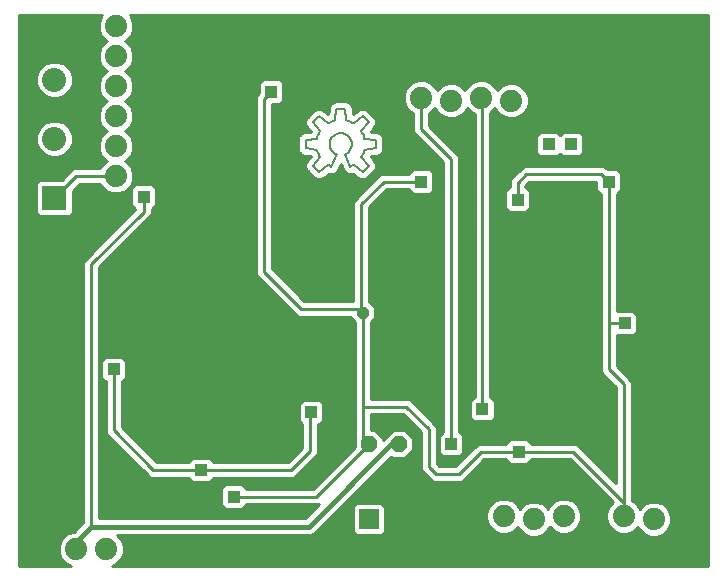
<source format=gbl>
G75*
%MOIN*%
%OFA0B0*%
%FSLAX24Y24*%
%IPPOS*%
%LPD*%
%AMOC8*
5,1,8,0,0,1.08239X$1,22.5*
%
%ADD10R,0.0650X0.0650*%
%ADD11C,0.0650*%
%ADD12C,0.0740*%
%ADD13OC8,0.0520*%
%ADD14R,0.0800X0.0800*%
%ADD15C,0.0800*%
%ADD16R,0.0396X0.0396*%
%ADD17C,0.0100*%
%ADD18OC8,0.0396*%
%ADD19C,0.0160*%
%ADD20C,0.0079*%
D10*
X012270Y002160D03*
D11*
X013270Y002160D03*
D12*
X016770Y002260D03*
X017770Y002160D03*
X018770Y002260D03*
X019770Y002160D03*
X020770Y002260D03*
X021770Y002160D03*
X017020Y016110D03*
X016020Y016210D03*
X015020Y016110D03*
X014020Y016210D03*
X003845Y016597D03*
X003845Y015597D03*
X003845Y014597D03*
X003845Y013597D03*
X003845Y017597D03*
X003845Y018597D03*
X003520Y001160D03*
X002520Y001160D03*
X001520Y001160D03*
D13*
X012270Y004660D03*
X012770Y005410D03*
X013270Y004660D03*
D14*
X001794Y012867D03*
D15*
X001794Y014835D03*
X001794Y016804D03*
D16*
X005264Y017174D03*
X005248Y015174D03*
X004770Y012910D03*
X006520Y011660D03*
X008583Y009467D03*
X008583Y008857D03*
X008583Y008247D03*
X006520Y006660D03*
X003770Y007160D03*
X004020Y009410D03*
X002024Y004652D03*
X005840Y002660D03*
X006680Y003800D03*
X007770Y002910D03*
X006340Y000910D03*
X005590Y000910D03*
X004840Y000910D03*
X010350Y005730D03*
X014270Y002160D03*
X015020Y004660D03*
X016060Y005830D03*
X017270Y004410D03*
X021248Y003731D03*
X020797Y008691D03*
X023372Y012394D03*
X020270Y013410D03*
X019020Y014660D03*
X018270Y014660D03*
X017230Y012810D03*
X014020Y013410D03*
X009020Y016410D03*
X008270Y016910D03*
X008270Y017660D03*
D17*
X000606Y018952D02*
X000606Y000610D01*
X002332Y000610D01*
X002191Y000668D01*
X002028Y000831D01*
X001940Y001045D01*
X001940Y001275D01*
X002028Y001489D01*
X002191Y001652D01*
X002405Y001740D01*
X002440Y001740D01*
X002760Y002060D01*
X002760Y010712D01*
X002800Y010807D01*
X002873Y010880D01*
X004494Y012502D01*
X004485Y012502D01*
X004362Y012625D01*
X004362Y013195D01*
X004485Y013318D01*
X005055Y013318D01*
X005178Y013195D01*
X005178Y012625D01*
X005055Y012502D01*
X005030Y012502D01*
X005030Y012358D01*
X004990Y012263D01*
X003280Y010552D01*
X003280Y002200D01*
X010150Y002200D01*
X010620Y002670D01*
X010572Y002650D01*
X008178Y002650D01*
X008178Y002625D01*
X008055Y002502D01*
X007485Y002502D01*
X007362Y002625D01*
X007362Y003195D01*
X007485Y003318D01*
X008055Y003318D01*
X008178Y003195D01*
X008178Y003170D01*
X010412Y003170D01*
X011800Y004558D01*
X011800Y004855D01*
X011820Y004875D01*
X011820Y008723D01*
X011672Y008871D01*
X011672Y008900D01*
X009968Y008900D01*
X009873Y008940D01*
X009800Y009013D01*
X008550Y010263D01*
X008510Y010358D01*
X008510Y016212D01*
X008550Y016307D01*
X008612Y016370D01*
X008612Y016695D01*
X008735Y016818D01*
X009305Y016818D01*
X009428Y016695D01*
X009428Y016125D01*
X009305Y016002D01*
X009030Y016002D01*
X009030Y010518D01*
X010128Y009420D01*
X011760Y009420D01*
X011760Y012712D01*
X011800Y012807D01*
X012623Y013630D01*
X012718Y013670D01*
X013612Y013670D01*
X013612Y013695D01*
X013735Y013818D01*
X014305Y013818D01*
X014428Y013695D01*
X014428Y013125D01*
X014305Y013002D01*
X013735Y013002D01*
X013612Y013125D01*
X013612Y013150D01*
X012878Y013150D01*
X012280Y012552D01*
X012280Y009417D01*
X012488Y009209D01*
X012488Y008871D01*
X012340Y008723D01*
X012340Y006170D01*
X013572Y006170D01*
X013667Y006130D01*
X013740Y006057D01*
X014490Y005307D01*
X014530Y005212D01*
X014530Y004018D01*
X014628Y003920D01*
X015162Y003920D01*
X015873Y004630D01*
X015968Y004670D01*
X016862Y004670D01*
X016862Y004695D01*
X016985Y004818D01*
X017555Y004818D01*
X017678Y004695D01*
X017678Y004670D01*
X019135Y004670D01*
X019230Y004630D01*
X019303Y004557D01*
X019303Y004557D01*
X020510Y003351D01*
X020510Y006552D01*
X020050Y007013D01*
X020010Y007108D01*
X020010Y013002D01*
X019985Y013002D01*
X019862Y013125D01*
X019862Y013400D01*
X017628Y013400D01*
X017490Y013262D01*
X017490Y013218D01*
X017515Y013218D01*
X017638Y013095D01*
X017638Y012525D01*
X017515Y012402D01*
X016945Y012402D01*
X016822Y012525D01*
X016822Y013095D01*
X016945Y013218D01*
X016970Y013218D01*
X016970Y013422D01*
X017010Y013517D01*
X017300Y013807D01*
X017373Y013880D01*
X017468Y013920D01*
X020072Y013920D01*
X020167Y013880D01*
X020230Y013818D01*
X020555Y013818D01*
X020678Y013695D01*
X020678Y013125D01*
X020555Y013002D01*
X020530Y013002D01*
X020530Y009100D01*
X021083Y009100D01*
X021206Y008977D01*
X021206Y008406D01*
X021083Y008283D01*
X020530Y008283D01*
X020530Y007268D01*
X020990Y006807D01*
X021030Y006712D01*
X021030Y002786D01*
X021033Y002779D01*
X021098Y002752D01*
X021262Y002589D01*
X021296Y002506D01*
X021441Y002652D01*
X021655Y002740D01*
X021885Y002740D01*
X022098Y002652D01*
X022262Y002489D01*
X022350Y002275D01*
X022350Y002045D01*
X022262Y001831D01*
X022098Y001668D01*
X021885Y001580D01*
X021655Y001580D01*
X021441Y001668D01*
X021278Y001831D01*
X021244Y001914D01*
X021098Y001768D01*
X020885Y001680D01*
X020655Y001680D01*
X020441Y001768D01*
X020278Y001931D01*
X020190Y002145D01*
X020190Y002375D01*
X020278Y002589D01*
X020407Y002718D01*
X018975Y004150D01*
X017678Y004150D01*
X017678Y004125D01*
X017555Y004002D01*
X016985Y004002D01*
X016862Y004125D01*
X016862Y004150D01*
X016128Y004150D01*
X015417Y003440D01*
X015322Y003400D01*
X014468Y003400D01*
X014373Y003440D01*
X014123Y003690D01*
X014050Y003763D01*
X014010Y003858D01*
X014010Y005052D01*
X013412Y005650D01*
X012340Y005650D01*
X012340Y005130D01*
X012465Y005130D01*
X012740Y004855D01*
X012740Y004790D01*
X012774Y004824D01*
X012800Y004850D01*
X012800Y004855D01*
X013075Y005130D01*
X013465Y005130D01*
X013740Y004855D01*
X013740Y004465D01*
X013465Y004190D01*
X013075Y004190D01*
X013018Y004248D01*
X010434Y001664D01*
X010328Y001620D01*
X003880Y001620D01*
X004012Y001489D01*
X004100Y001275D01*
X004100Y001045D01*
X004012Y000831D01*
X003848Y000668D01*
X003708Y000610D01*
X023570Y000610D01*
X023570Y018952D01*
X004310Y018952D01*
X004336Y018926D01*
X004425Y018712D01*
X004425Y018482D01*
X004336Y018268D01*
X004173Y018105D01*
X004153Y018097D01*
X004173Y018089D01*
X004336Y017926D01*
X004425Y017712D01*
X004425Y017482D01*
X004336Y017268D01*
X004173Y017105D01*
X004153Y017097D01*
X004173Y017089D01*
X004336Y016926D01*
X004425Y016712D01*
X004425Y016482D01*
X004336Y016268D01*
X004173Y016105D01*
X004153Y016097D01*
X004173Y016089D01*
X004336Y015926D01*
X004425Y015712D01*
X004425Y015482D01*
X004336Y015268D01*
X004173Y015105D01*
X004153Y015097D01*
X004173Y015089D01*
X004336Y014926D01*
X004425Y014712D01*
X004425Y014482D01*
X004336Y014268D01*
X004173Y014105D01*
X004153Y014097D01*
X004173Y014089D01*
X004336Y013926D01*
X004425Y013712D01*
X004425Y013482D01*
X004336Y013268D01*
X004173Y013105D01*
X003960Y013017D01*
X003729Y013017D01*
X003516Y013105D01*
X003353Y013268D01*
X003325Y013337D01*
X002632Y013337D01*
X002404Y013109D01*
X002404Y012380D01*
X002281Y012257D01*
X001307Y012257D01*
X001184Y012380D01*
X001184Y013354D01*
X001307Y013477D01*
X002036Y013477D01*
X002377Y013817D01*
X002472Y013857D01*
X003325Y013857D01*
X003353Y013926D01*
X003516Y014089D01*
X003536Y014097D01*
X003516Y014105D01*
X003353Y014268D01*
X003265Y014482D01*
X003265Y014712D01*
X003353Y014926D01*
X003516Y015089D01*
X003536Y015097D01*
X003516Y015105D01*
X003353Y015268D01*
X003265Y015482D01*
X003265Y015712D01*
X003353Y015926D01*
X003516Y016089D01*
X003536Y016097D01*
X003516Y016105D01*
X003353Y016268D01*
X003265Y016482D01*
X003265Y016712D01*
X003353Y016926D01*
X003516Y017089D01*
X003536Y017097D01*
X003516Y017105D01*
X003353Y017268D01*
X003265Y017482D01*
X003265Y017712D01*
X003353Y017926D01*
X003516Y018089D01*
X003536Y018097D01*
X003516Y018105D01*
X003353Y018268D01*
X003265Y018482D01*
X003265Y018712D01*
X003353Y018926D01*
X003380Y018952D01*
X000606Y018952D01*
X000606Y018875D02*
X003332Y018875D01*
X003291Y018777D02*
X000606Y018777D01*
X000606Y018678D02*
X003265Y018678D01*
X003265Y018580D02*
X000606Y018580D01*
X000606Y018481D02*
X003265Y018481D01*
X003306Y018383D02*
X000606Y018383D01*
X000606Y018284D02*
X003347Y018284D01*
X003436Y018186D02*
X000606Y018186D01*
X000606Y018087D02*
X003515Y018087D01*
X003416Y017989D02*
X000606Y017989D01*
X000606Y017890D02*
X003338Y017890D01*
X003298Y017792D02*
X000606Y017792D01*
X000606Y017693D02*
X003265Y017693D01*
X003265Y017595D02*
X000606Y017595D01*
X000606Y017496D02*
X003265Y017496D01*
X003300Y017398D02*
X001954Y017398D01*
X001915Y017414D02*
X002139Y017321D01*
X002311Y017149D01*
X002404Y016925D01*
X002404Y016682D01*
X002311Y016458D01*
X002139Y016287D01*
X001915Y016194D01*
X001672Y016194D01*
X001448Y016287D01*
X001276Y016458D01*
X001184Y016682D01*
X001184Y016925D01*
X001276Y017149D01*
X001448Y017321D01*
X001672Y017414D01*
X001915Y017414D01*
X002161Y017299D02*
X003340Y017299D01*
X003421Y017201D02*
X002259Y017201D01*
X002330Y017102D02*
X003524Y017102D01*
X003431Y017004D02*
X002371Y017004D01*
X002404Y016905D02*
X003345Y016905D01*
X003304Y016807D02*
X002404Y016807D01*
X002404Y016708D02*
X003265Y016708D01*
X003265Y016610D02*
X002373Y016610D01*
X002333Y016511D02*
X003265Y016511D01*
X003293Y016413D02*
X002265Y016413D01*
X002167Y016314D02*
X003334Y016314D01*
X003406Y016216D02*
X001968Y016216D01*
X001619Y016216D02*
X000606Y016216D01*
X000606Y016314D02*
X001421Y016314D01*
X001322Y016413D02*
X000606Y016413D01*
X000606Y016511D02*
X001255Y016511D01*
X001214Y016610D02*
X000606Y016610D01*
X000606Y016708D02*
X001184Y016708D01*
X001184Y016807D02*
X000606Y016807D01*
X000606Y016905D02*
X001184Y016905D01*
X001216Y017004D02*
X000606Y017004D01*
X000606Y017102D02*
X001257Y017102D01*
X001328Y017201D02*
X000606Y017201D01*
X000606Y017299D02*
X001426Y017299D01*
X001633Y017398D02*
X000606Y017398D01*
X000606Y016117D02*
X003504Y016117D01*
X003446Y016019D02*
X000606Y016019D01*
X000606Y015920D02*
X003351Y015920D01*
X003310Y015822D02*
X000606Y015822D01*
X000606Y015723D02*
X003269Y015723D01*
X003265Y015625D02*
X000606Y015625D01*
X000606Y015526D02*
X003265Y015526D01*
X003287Y015428D02*
X001958Y015428D01*
X001915Y015445D02*
X002139Y015352D01*
X002311Y015181D01*
X002404Y014957D01*
X002404Y014714D01*
X002311Y014490D01*
X002139Y014318D01*
X001915Y014225D01*
X001672Y014225D01*
X001448Y014318D01*
X001276Y014490D01*
X001184Y014714D01*
X001184Y014957D01*
X001276Y015181D01*
X001448Y015352D01*
X001672Y015445D01*
X001915Y015445D01*
X002162Y015329D02*
X003328Y015329D01*
X003391Y015231D02*
X002261Y015231D01*
X002331Y015132D02*
X003489Y015132D01*
X003461Y015034D02*
X002372Y015034D01*
X002404Y014935D02*
X003363Y014935D01*
X003316Y014837D02*
X002404Y014837D01*
X002404Y014738D02*
X003275Y014738D01*
X003265Y014640D02*
X002373Y014640D01*
X002332Y014541D02*
X003265Y014541D01*
X003281Y014443D02*
X002264Y014443D01*
X002165Y014344D02*
X003322Y014344D01*
X003376Y014246D02*
X001964Y014246D01*
X001623Y014246D02*
X000606Y014246D01*
X000606Y014344D02*
X001422Y014344D01*
X001324Y014443D02*
X000606Y014443D01*
X000606Y014541D02*
X001255Y014541D01*
X001214Y014640D02*
X000606Y014640D01*
X000606Y014738D02*
X001184Y014738D01*
X001184Y014837D02*
X000606Y014837D01*
X000606Y014935D02*
X001184Y014935D01*
X001215Y015034D02*
X000606Y015034D01*
X000606Y015132D02*
X001256Y015132D01*
X001326Y015231D02*
X000606Y015231D01*
X000606Y015329D02*
X001425Y015329D01*
X001630Y015428D02*
X000606Y015428D01*
X000606Y014147D02*
X003474Y014147D01*
X003476Y014049D02*
X000606Y014049D01*
X000606Y013950D02*
X003378Y013950D01*
X003845Y013597D02*
X002524Y013597D01*
X001794Y012867D01*
X002404Y012867D02*
X004362Y012867D01*
X004362Y012965D02*
X002404Y012965D01*
X002404Y013064D02*
X003617Y013064D01*
X003459Y013162D02*
X002457Y013162D01*
X002555Y013261D02*
X003361Y013261D01*
X004072Y013064D02*
X004362Y013064D01*
X004362Y013162D02*
X004230Y013162D01*
X004328Y013261D02*
X004427Y013261D01*
X004374Y013359D02*
X008510Y013359D01*
X008510Y013261D02*
X005113Y013261D01*
X005178Y013162D02*
X008510Y013162D01*
X008510Y013064D02*
X005178Y013064D01*
X005178Y012965D02*
X008510Y012965D01*
X008510Y012867D02*
X005178Y012867D01*
X005178Y012768D02*
X008510Y012768D01*
X008510Y012670D02*
X005178Y012670D01*
X005124Y012571D02*
X008510Y012571D01*
X008510Y012473D02*
X005030Y012473D01*
X005030Y012374D02*
X008510Y012374D01*
X008510Y012276D02*
X004996Y012276D01*
X004905Y012177D02*
X008510Y012177D01*
X008510Y012079D02*
X004806Y012079D01*
X004708Y011980D02*
X008510Y011980D01*
X008510Y011882D02*
X004609Y011882D01*
X004511Y011783D02*
X008510Y011783D01*
X008510Y011685D02*
X004412Y011685D01*
X004314Y011586D02*
X008510Y011586D01*
X008510Y011488D02*
X004215Y011488D01*
X004117Y011389D02*
X008510Y011389D01*
X008510Y011291D02*
X004018Y011291D01*
X003920Y011192D02*
X008510Y011192D01*
X008510Y011094D02*
X003821Y011094D01*
X003723Y010995D02*
X008510Y010995D01*
X008510Y010897D02*
X003624Y010897D01*
X003526Y010798D02*
X008510Y010798D01*
X008510Y010700D02*
X003427Y010700D01*
X003329Y010601D02*
X008510Y010601D01*
X008510Y010503D02*
X003280Y010503D01*
X003280Y010404D02*
X008510Y010404D01*
X008532Y010306D02*
X003280Y010306D01*
X003280Y010207D02*
X008605Y010207D01*
X008704Y010109D02*
X003280Y010109D01*
X003280Y010010D02*
X008802Y010010D01*
X008901Y009912D02*
X003280Y009912D01*
X003280Y009813D02*
X008999Y009813D01*
X009098Y009715D02*
X003280Y009715D01*
X003280Y009616D02*
X009196Y009616D01*
X009295Y009518D02*
X003280Y009518D01*
X003280Y009419D02*
X009393Y009419D01*
X009492Y009321D02*
X003280Y009321D01*
X003280Y009222D02*
X009590Y009222D01*
X009689Y009124D02*
X003280Y009124D01*
X003280Y009025D02*
X009787Y009025D01*
X009904Y008927D02*
X003280Y008927D01*
X003280Y008828D02*
X011715Y008828D01*
X011813Y008730D02*
X003280Y008730D01*
X003280Y008631D02*
X011820Y008631D01*
X011820Y008533D02*
X003280Y008533D01*
X003280Y008434D02*
X011820Y008434D01*
X011820Y008336D02*
X003280Y008336D01*
X003280Y008237D02*
X011820Y008237D01*
X011820Y008139D02*
X003280Y008139D01*
X003280Y008040D02*
X011820Y008040D01*
X011820Y007942D02*
X003280Y007942D01*
X003280Y007843D02*
X011820Y007843D01*
X011820Y007745D02*
X003280Y007745D01*
X003280Y007646D02*
X011820Y007646D01*
X011820Y007548D02*
X004076Y007548D01*
X004055Y007568D02*
X003485Y007568D01*
X003362Y007445D01*
X003362Y006875D01*
X003485Y006752D01*
X003510Y006752D01*
X003510Y005068D01*
X003550Y004973D01*
X004870Y003653D01*
X004943Y003580D01*
X005038Y003540D01*
X006272Y003540D01*
X006272Y003515D01*
X006395Y003392D01*
X006965Y003392D01*
X007088Y003515D01*
X007088Y003540D01*
X009732Y003540D01*
X009827Y003580D01*
X010467Y004220D01*
X010540Y004293D01*
X010580Y004388D01*
X010580Y005322D01*
X010635Y005322D01*
X010758Y005445D01*
X010758Y006015D01*
X010635Y006138D01*
X010065Y006138D01*
X009942Y006015D01*
X009942Y005445D01*
X010060Y005327D01*
X010060Y004548D01*
X009572Y004060D01*
X007088Y004060D01*
X007088Y004085D01*
X006965Y004208D01*
X006395Y004208D01*
X006272Y004085D01*
X006272Y004060D01*
X005198Y004060D01*
X004030Y005228D01*
X004030Y006752D01*
X004055Y006752D01*
X004178Y006875D01*
X004178Y007445D01*
X004055Y007568D01*
X004174Y007449D02*
X011820Y007449D01*
X011820Y007351D02*
X004178Y007351D01*
X004178Y007252D02*
X011820Y007252D01*
X011820Y007154D02*
X004178Y007154D01*
X004178Y007055D02*
X011820Y007055D01*
X011820Y006957D02*
X004178Y006957D01*
X004161Y006858D02*
X011820Y006858D01*
X011820Y006760D02*
X004063Y006760D01*
X004030Y006661D02*
X011820Y006661D01*
X011820Y006563D02*
X004030Y006563D01*
X004030Y006464D02*
X011820Y006464D01*
X011820Y006366D02*
X004030Y006366D01*
X004030Y006267D02*
X011820Y006267D01*
X011820Y006169D02*
X004030Y006169D01*
X004030Y006070D02*
X009997Y006070D01*
X009942Y005972D02*
X004030Y005972D01*
X004030Y005873D02*
X009942Y005873D01*
X009942Y005775D02*
X004030Y005775D01*
X004030Y005676D02*
X009942Y005676D01*
X009942Y005578D02*
X004030Y005578D01*
X004030Y005479D02*
X009942Y005479D01*
X010006Y005381D02*
X004030Y005381D01*
X004030Y005282D02*
X010060Y005282D01*
X010060Y005184D02*
X004074Y005184D01*
X004173Y005085D02*
X010060Y005085D01*
X010060Y004987D02*
X004271Y004987D01*
X004370Y004888D02*
X010060Y004888D01*
X010060Y004790D02*
X004468Y004790D01*
X004567Y004691D02*
X010060Y004691D01*
X010060Y004593D02*
X004665Y004593D01*
X004764Y004494D02*
X010006Y004494D01*
X009908Y004396D02*
X004862Y004396D01*
X004961Y004297D02*
X009809Y004297D01*
X009711Y004199D02*
X006975Y004199D01*
X007073Y004100D02*
X009612Y004100D01*
X009680Y003800D02*
X010320Y004440D01*
X010320Y005700D01*
X010350Y005730D01*
X010758Y005775D02*
X011820Y005775D01*
X011820Y005873D02*
X010758Y005873D01*
X010758Y005972D02*
X011820Y005972D01*
X011820Y006070D02*
X010703Y006070D01*
X010758Y005676D02*
X011820Y005676D01*
X011820Y005578D02*
X010758Y005578D01*
X010758Y005479D02*
X011820Y005479D01*
X011820Y005381D02*
X010694Y005381D01*
X010580Y005282D02*
X011820Y005282D01*
X011820Y005184D02*
X010580Y005184D01*
X010580Y005085D02*
X011820Y005085D01*
X011820Y004987D02*
X010580Y004987D01*
X010580Y004888D02*
X011820Y004888D01*
X011800Y004790D02*
X010580Y004790D01*
X010580Y004691D02*
X011800Y004691D01*
X011800Y004593D02*
X010580Y004593D01*
X010580Y004494D02*
X011736Y004494D01*
X011638Y004396D02*
X010580Y004396D01*
X010542Y004297D02*
X011539Y004297D01*
X011441Y004199D02*
X010446Y004199D01*
X010348Y004100D02*
X011342Y004100D01*
X011244Y004002D02*
X010249Y004002D01*
X010151Y003903D02*
X011145Y003903D01*
X011047Y003805D02*
X010052Y003805D01*
X009954Y003706D02*
X010948Y003706D01*
X010850Y003608D02*
X009855Y003608D01*
X009680Y003800D02*
X006680Y003800D01*
X005090Y003800D01*
X003770Y005120D01*
X003770Y007160D01*
X003362Y007154D02*
X003280Y007154D01*
X003280Y007252D02*
X003362Y007252D01*
X003362Y007351D02*
X003280Y007351D01*
X003280Y007449D02*
X003366Y007449D01*
X003280Y007548D02*
X003464Y007548D01*
X003362Y007055D02*
X003280Y007055D01*
X003280Y006957D02*
X003362Y006957D01*
X003379Y006858D02*
X003280Y006858D01*
X003280Y006760D02*
X003477Y006760D01*
X003510Y006661D02*
X003280Y006661D01*
X003280Y006563D02*
X003510Y006563D01*
X003510Y006464D02*
X003280Y006464D01*
X003280Y006366D02*
X003510Y006366D01*
X003510Y006267D02*
X003280Y006267D01*
X003280Y006169D02*
X003510Y006169D01*
X003510Y006070D02*
X003280Y006070D01*
X003280Y005972D02*
X003510Y005972D01*
X003510Y005873D02*
X003280Y005873D01*
X003280Y005775D02*
X003510Y005775D01*
X003510Y005676D02*
X003280Y005676D01*
X003280Y005578D02*
X003510Y005578D01*
X003510Y005479D02*
X003280Y005479D01*
X003280Y005381D02*
X003510Y005381D01*
X003510Y005282D02*
X003280Y005282D01*
X003280Y005184D02*
X003510Y005184D01*
X003510Y005085D02*
X003280Y005085D01*
X003280Y004987D02*
X003544Y004987D01*
X003634Y004888D02*
X003280Y004888D01*
X003280Y004790D02*
X003733Y004790D01*
X003831Y004691D02*
X003280Y004691D01*
X003280Y004593D02*
X003930Y004593D01*
X004028Y004494D02*
X003280Y004494D01*
X003280Y004396D02*
X004127Y004396D01*
X004225Y004297D02*
X003280Y004297D01*
X003280Y004199D02*
X004324Y004199D01*
X004422Y004100D02*
X003280Y004100D01*
X003280Y004002D02*
X004521Y004002D01*
X004619Y003903D02*
X003280Y003903D01*
X003280Y003805D02*
X004718Y003805D01*
X004816Y003706D02*
X003280Y003706D01*
X003280Y003608D02*
X004915Y003608D01*
X005158Y004100D02*
X006287Y004100D01*
X006385Y004199D02*
X005059Y004199D01*
X006278Y003509D02*
X003280Y003509D01*
X003280Y003411D02*
X006376Y003411D01*
X006984Y003411D02*
X010653Y003411D01*
X010751Y003509D02*
X007082Y003509D01*
X007380Y003214D02*
X003280Y003214D01*
X003280Y003312D02*
X007479Y003312D01*
X007362Y003115D02*
X003280Y003115D01*
X003280Y003017D02*
X007362Y003017D01*
X007362Y002918D02*
X003280Y002918D01*
X003280Y002820D02*
X007362Y002820D01*
X007362Y002721D02*
X003280Y002721D01*
X003280Y002623D02*
X007364Y002623D01*
X007463Y002524D02*
X003280Y002524D01*
X003280Y002426D02*
X010375Y002426D01*
X010474Y002524D02*
X008077Y002524D01*
X008176Y002623D02*
X010572Y002623D01*
X010520Y002910D02*
X012270Y004660D01*
X012080Y004850D01*
X012080Y005910D01*
X013520Y005910D01*
X014270Y005160D01*
X014270Y003910D01*
X014520Y003660D01*
X015270Y003660D01*
X016020Y004410D01*
X017270Y004410D01*
X019083Y004410D01*
X020778Y002715D01*
X020778Y002459D01*
X020770Y002467D01*
X020770Y006660D01*
X020270Y007160D01*
X020270Y008684D01*
X020278Y008691D01*
X020797Y008691D01*
X021206Y008730D02*
X023570Y008730D01*
X023570Y008828D02*
X021206Y008828D01*
X021206Y008927D02*
X023570Y008927D01*
X023570Y009025D02*
X021157Y009025D01*
X021206Y008631D02*
X023570Y008631D01*
X023570Y008533D02*
X021206Y008533D01*
X021206Y008434D02*
X023570Y008434D01*
X023570Y008336D02*
X021135Y008336D01*
X020530Y008237D02*
X023570Y008237D01*
X023570Y008139D02*
X020530Y008139D01*
X020530Y008040D02*
X023570Y008040D01*
X023570Y007942D02*
X020530Y007942D01*
X020530Y007843D02*
X023570Y007843D01*
X023570Y007745D02*
X020530Y007745D01*
X020530Y007646D02*
X023570Y007646D01*
X023570Y007548D02*
X020530Y007548D01*
X020530Y007449D02*
X023570Y007449D01*
X023570Y007351D02*
X020530Y007351D01*
X020546Y007252D02*
X023570Y007252D01*
X023570Y007154D02*
X020644Y007154D01*
X020743Y007055D02*
X023570Y007055D01*
X023570Y006957D02*
X020841Y006957D01*
X020940Y006858D02*
X023570Y006858D01*
X023570Y006760D02*
X021010Y006760D01*
X021030Y006661D02*
X023570Y006661D01*
X023570Y006563D02*
X021030Y006563D01*
X021030Y006464D02*
X023570Y006464D01*
X023570Y006366D02*
X021030Y006366D01*
X021030Y006267D02*
X023570Y006267D01*
X023570Y006169D02*
X021030Y006169D01*
X021030Y006070D02*
X023570Y006070D01*
X023570Y005972D02*
X021030Y005972D01*
X021030Y005873D02*
X023570Y005873D01*
X023570Y005775D02*
X021030Y005775D01*
X021030Y005676D02*
X023570Y005676D01*
X023570Y005578D02*
X021030Y005578D01*
X021030Y005479D02*
X023570Y005479D01*
X023570Y005381D02*
X021030Y005381D01*
X021030Y005282D02*
X023570Y005282D01*
X023570Y005184D02*
X021030Y005184D01*
X021030Y005085D02*
X023570Y005085D01*
X023570Y004987D02*
X021030Y004987D01*
X021030Y004888D02*
X023570Y004888D01*
X023570Y004790D02*
X021030Y004790D01*
X021030Y004691D02*
X023570Y004691D01*
X023570Y004593D02*
X021030Y004593D01*
X021030Y004494D02*
X023570Y004494D01*
X023570Y004396D02*
X021030Y004396D01*
X021030Y004297D02*
X023570Y004297D01*
X023570Y004199D02*
X021030Y004199D01*
X021030Y004100D02*
X023570Y004100D01*
X023570Y004002D02*
X021030Y004002D01*
X021030Y003903D02*
X023570Y003903D01*
X023570Y003805D02*
X021030Y003805D01*
X021030Y003706D02*
X023570Y003706D01*
X023570Y003608D02*
X021030Y003608D01*
X021030Y003509D02*
X023570Y003509D01*
X023570Y003411D02*
X021030Y003411D01*
X021030Y003312D02*
X023570Y003312D01*
X023570Y003214D02*
X021030Y003214D01*
X021030Y003115D02*
X023570Y003115D01*
X023570Y003017D02*
X021030Y003017D01*
X021030Y002918D02*
X023570Y002918D01*
X023570Y002820D02*
X021030Y002820D01*
X021129Y002721D02*
X021609Y002721D01*
X021412Y002623D02*
X021228Y002623D01*
X021288Y002524D02*
X021314Y002524D01*
X020778Y002459D02*
X020778Y002268D01*
X020770Y002260D01*
X020770Y002410D01*
X020404Y002721D02*
X019129Y002721D01*
X019098Y002752D02*
X018885Y002840D01*
X018655Y002840D01*
X018441Y002752D01*
X018278Y002589D01*
X018244Y002506D01*
X018098Y002652D01*
X017885Y002740D01*
X017655Y002740D01*
X017441Y002652D01*
X017296Y002506D01*
X017262Y002589D01*
X017098Y002752D01*
X016885Y002840D01*
X016655Y002840D01*
X016441Y002752D01*
X016278Y002589D01*
X016190Y002375D01*
X016190Y002145D01*
X016278Y001931D01*
X016441Y001768D01*
X016655Y001680D01*
X016885Y001680D01*
X017098Y001768D01*
X017244Y001914D01*
X017278Y001831D01*
X017441Y001668D01*
X017655Y001580D01*
X017885Y001580D01*
X018098Y001668D01*
X018262Y001831D01*
X018296Y001914D01*
X018441Y001768D01*
X018655Y001680D01*
X018885Y001680D01*
X019098Y001768D01*
X019262Y001931D01*
X019350Y002145D01*
X019350Y002375D01*
X019262Y002589D01*
X019098Y002752D01*
X018935Y002820D02*
X020306Y002820D01*
X020207Y002918D02*
X011688Y002918D01*
X011590Y002820D02*
X016605Y002820D01*
X016411Y002721D02*
X011491Y002721D01*
X011393Y002623D02*
X011785Y002623D01*
X011735Y002572D02*
X011858Y002695D01*
X012682Y002695D01*
X012805Y002572D01*
X012805Y001748D01*
X012682Y001625D01*
X011858Y001625D01*
X011735Y001748D01*
X011735Y002572D01*
X011735Y002524D02*
X011294Y002524D01*
X011196Y002426D02*
X011735Y002426D01*
X011735Y002327D02*
X011097Y002327D01*
X010999Y002229D02*
X011735Y002229D01*
X011735Y002130D02*
X010900Y002130D01*
X010802Y002032D02*
X011735Y002032D01*
X011735Y001933D02*
X010703Y001933D01*
X010605Y001835D02*
X011735Y001835D01*
X011747Y001736D02*
X010506Y001736D01*
X010370Y001638D02*
X011845Y001638D01*
X012694Y001638D02*
X017516Y001638D01*
X017374Y001736D02*
X017020Y001736D01*
X017165Y001835D02*
X017277Y001835D01*
X017288Y002524D02*
X017314Y002524D01*
X017228Y002623D02*
X017412Y002623D01*
X017609Y002721D02*
X017129Y002721D01*
X016935Y002820D02*
X018605Y002820D01*
X018411Y002721D02*
X017931Y002721D01*
X018128Y002623D02*
X018312Y002623D01*
X018251Y002524D02*
X018226Y002524D01*
X018263Y001835D02*
X018375Y001835D01*
X018519Y001736D02*
X018166Y001736D01*
X018024Y001638D02*
X021516Y001638D01*
X021374Y001736D02*
X021020Y001736D01*
X021165Y001835D02*
X021277Y001835D01*
X020519Y001736D02*
X019020Y001736D01*
X019165Y001835D02*
X020375Y001835D01*
X020278Y001933D02*
X019262Y001933D01*
X019303Y002032D02*
X020237Y002032D01*
X020196Y002130D02*
X019344Y002130D01*
X019350Y002229D02*
X020190Y002229D01*
X020190Y002327D02*
X019350Y002327D01*
X019329Y002426D02*
X020211Y002426D01*
X020251Y002524D02*
X019288Y002524D01*
X019228Y002623D02*
X020312Y002623D01*
X020109Y003017D02*
X011787Y003017D01*
X011885Y003115D02*
X020010Y003115D01*
X019912Y003214D02*
X011984Y003214D01*
X012082Y003312D02*
X019813Y003312D01*
X019715Y003411D02*
X015347Y003411D01*
X015487Y003509D02*
X019616Y003509D01*
X019518Y003608D02*
X015585Y003608D01*
X015684Y003706D02*
X019419Y003706D01*
X019321Y003805D02*
X015782Y003805D01*
X015881Y003903D02*
X019222Y003903D01*
X019124Y004002D02*
X015979Y004002D01*
X016078Y004100D02*
X016887Y004100D01*
X016862Y004691D02*
X015428Y004691D01*
X015428Y004593D02*
X015835Y004593D01*
X015736Y004494D02*
X015428Y004494D01*
X015428Y004396D02*
X015638Y004396D01*
X015539Y004297D02*
X015350Y004297D01*
X015305Y004252D02*
X015428Y004375D01*
X015428Y004945D01*
X015305Y005068D01*
X015280Y005068D01*
X015280Y014212D01*
X015240Y014307D01*
X014280Y015268D01*
X014280Y015690D01*
X014348Y015718D01*
X014494Y015864D01*
X014528Y015781D01*
X014691Y015618D01*
X014905Y015530D01*
X015135Y015530D01*
X015348Y015618D01*
X015512Y015781D01*
X015546Y015864D01*
X015691Y015718D01*
X015800Y015673D01*
X015800Y006238D01*
X015775Y006238D01*
X015652Y006115D01*
X015652Y005545D01*
X015775Y005422D01*
X016345Y005422D01*
X016468Y005545D01*
X016468Y006115D01*
X016345Y006238D01*
X016320Y006238D01*
X016320Y015706D01*
X016348Y015718D01*
X016494Y015864D01*
X016528Y015781D01*
X016691Y015618D01*
X016905Y015530D01*
X017135Y015530D01*
X017348Y015618D01*
X017512Y015781D01*
X017600Y015995D01*
X017600Y016225D01*
X017512Y016439D01*
X017348Y016602D01*
X017135Y016690D01*
X016905Y016690D01*
X016691Y016602D01*
X016546Y016456D01*
X016512Y016539D01*
X016348Y016702D01*
X016135Y016790D01*
X015905Y016790D01*
X015691Y016702D01*
X015528Y016539D01*
X015494Y016456D01*
X015348Y016602D01*
X015135Y016690D01*
X014905Y016690D01*
X014691Y016602D01*
X014546Y016456D01*
X014512Y016539D01*
X014348Y016702D01*
X014135Y016790D01*
X013905Y016790D01*
X013691Y016702D01*
X013528Y016539D01*
X013440Y016325D01*
X013440Y016095D01*
X013528Y015881D01*
X013691Y015718D01*
X013760Y015690D01*
X013760Y015108D01*
X013800Y015013D01*
X014760Y014052D01*
X014760Y005068D01*
X014735Y005068D01*
X014612Y004945D01*
X014612Y004375D01*
X014735Y004252D01*
X015305Y004252D01*
X015441Y004199D02*
X014530Y004199D01*
X014530Y004297D02*
X014690Y004297D01*
X014612Y004396D02*
X014530Y004396D01*
X014530Y004494D02*
X014612Y004494D01*
X014612Y004593D02*
X014530Y004593D01*
X014530Y004691D02*
X014612Y004691D01*
X014612Y004790D02*
X014530Y004790D01*
X014530Y004888D02*
X014612Y004888D01*
X014653Y004987D02*
X014530Y004987D01*
X014530Y005085D02*
X014760Y005085D01*
X014760Y005184D02*
X014530Y005184D01*
X014501Y005282D02*
X014760Y005282D01*
X014760Y005381D02*
X014417Y005381D01*
X014319Y005479D02*
X014760Y005479D01*
X014760Y005578D02*
X014220Y005578D01*
X014122Y005676D02*
X014760Y005676D01*
X014760Y005775D02*
X014023Y005775D01*
X013925Y005873D02*
X014760Y005873D01*
X014760Y005972D02*
X013826Y005972D01*
X013728Y006070D02*
X014760Y006070D01*
X014760Y006169D02*
X013575Y006169D01*
X013485Y005578D02*
X012340Y005578D01*
X012340Y005479D02*
X013583Y005479D01*
X013682Y005381D02*
X012340Y005381D01*
X012340Y005282D02*
X013780Y005282D01*
X013879Y005184D02*
X012340Y005184D01*
X012510Y005085D02*
X013030Y005085D01*
X012932Y004987D02*
X012608Y004987D01*
X012707Y004888D02*
X012833Y004888D01*
X012969Y004199D02*
X013067Y004199D01*
X012870Y004100D02*
X014010Y004100D01*
X014010Y004002D02*
X012772Y004002D01*
X012673Y003903D02*
X014010Y003903D01*
X014032Y003805D02*
X012575Y003805D01*
X012476Y003706D02*
X014106Y003706D01*
X014205Y003608D02*
X012378Y003608D01*
X012279Y003509D02*
X014303Y003509D01*
X014443Y003411D02*
X012181Y003411D01*
X012754Y002623D02*
X016312Y002623D01*
X016251Y002524D02*
X012805Y002524D01*
X012805Y002426D02*
X016211Y002426D01*
X016190Y002327D02*
X012805Y002327D01*
X012805Y002229D02*
X016190Y002229D01*
X016196Y002130D02*
X012805Y002130D01*
X012805Y002032D02*
X016237Y002032D01*
X016278Y001933D02*
X012805Y001933D01*
X012805Y001835D02*
X016375Y001835D01*
X016519Y001736D02*
X012793Y001736D01*
X014020Y001660D02*
X014270Y001910D01*
X014270Y002160D01*
X014546Y004002D02*
X015244Y004002D01*
X015342Y004100D02*
X014530Y004100D01*
X014010Y004199D02*
X013473Y004199D01*
X013572Y004297D02*
X014010Y004297D01*
X014010Y004396D02*
X013670Y004396D01*
X013740Y004494D02*
X014010Y004494D01*
X014010Y004593D02*
X013740Y004593D01*
X013740Y004691D02*
X014010Y004691D01*
X014010Y004790D02*
X013740Y004790D01*
X013707Y004888D02*
X014010Y004888D01*
X014010Y004987D02*
X013608Y004987D01*
X013510Y005085D02*
X013977Y005085D01*
X015020Y004660D02*
X015020Y014160D01*
X014020Y015160D01*
X014020Y016210D01*
X013440Y016216D02*
X009428Y016216D01*
X009428Y016314D02*
X013440Y016314D01*
X013476Y016413D02*
X009428Y016413D01*
X009428Y016511D02*
X013517Y016511D01*
X013599Y016610D02*
X009428Y016610D01*
X009415Y016708D02*
X013707Y016708D01*
X014333Y016708D02*
X015707Y016708D01*
X015599Y016610D02*
X015330Y016610D01*
X015439Y016511D02*
X015517Y016511D01*
X016020Y016210D02*
X016060Y016170D01*
X016060Y005830D01*
X016468Y005873D02*
X020510Y005873D01*
X020510Y005775D02*
X016468Y005775D01*
X016468Y005676D02*
X020510Y005676D01*
X020510Y005578D02*
X016468Y005578D01*
X016402Y005479D02*
X020510Y005479D01*
X020510Y005381D02*
X015280Y005381D01*
X015280Y005479D02*
X015718Y005479D01*
X015652Y005578D02*
X015280Y005578D01*
X015280Y005676D02*
X015652Y005676D01*
X015652Y005775D02*
X015280Y005775D01*
X015280Y005873D02*
X015652Y005873D01*
X015652Y005972D02*
X015280Y005972D01*
X015280Y006070D02*
X015652Y006070D01*
X015705Y006169D02*
X015280Y006169D01*
X015280Y006267D02*
X015800Y006267D01*
X015800Y006366D02*
X015280Y006366D01*
X015280Y006464D02*
X015800Y006464D01*
X015800Y006563D02*
X015280Y006563D01*
X015280Y006661D02*
X015800Y006661D01*
X015800Y006760D02*
X015280Y006760D01*
X015280Y006858D02*
X015800Y006858D01*
X015800Y006957D02*
X015280Y006957D01*
X015280Y007055D02*
X015800Y007055D01*
X015800Y007154D02*
X015280Y007154D01*
X015280Y007252D02*
X015800Y007252D01*
X015800Y007351D02*
X015280Y007351D01*
X015280Y007449D02*
X015800Y007449D01*
X015800Y007548D02*
X015280Y007548D01*
X015280Y007646D02*
X015800Y007646D01*
X015800Y007745D02*
X015280Y007745D01*
X015280Y007843D02*
X015800Y007843D01*
X015800Y007942D02*
X015280Y007942D01*
X015280Y008040D02*
X015800Y008040D01*
X015800Y008139D02*
X015280Y008139D01*
X015280Y008237D02*
X015800Y008237D01*
X015800Y008336D02*
X015280Y008336D01*
X015280Y008434D02*
X015800Y008434D01*
X015800Y008533D02*
X015280Y008533D01*
X015280Y008631D02*
X015800Y008631D01*
X015800Y008730D02*
X015280Y008730D01*
X015280Y008828D02*
X015800Y008828D01*
X015800Y008927D02*
X015280Y008927D01*
X015280Y009025D02*
X015800Y009025D01*
X015800Y009124D02*
X015280Y009124D01*
X015280Y009222D02*
X015800Y009222D01*
X015800Y009321D02*
X015280Y009321D01*
X015280Y009419D02*
X015800Y009419D01*
X015800Y009518D02*
X015280Y009518D01*
X015280Y009616D02*
X015800Y009616D01*
X015800Y009715D02*
X015280Y009715D01*
X015280Y009813D02*
X015800Y009813D01*
X015800Y009912D02*
X015280Y009912D01*
X015280Y010010D02*
X015800Y010010D01*
X015800Y010109D02*
X015280Y010109D01*
X015280Y010207D02*
X015800Y010207D01*
X015800Y010306D02*
X015280Y010306D01*
X015280Y010404D02*
X015800Y010404D01*
X015800Y010503D02*
X015280Y010503D01*
X015280Y010601D02*
X015800Y010601D01*
X015800Y010700D02*
X015280Y010700D01*
X015280Y010798D02*
X015800Y010798D01*
X015800Y010897D02*
X015280Y010897D01*
X015280Y010995D02*
X015800Y010995D01*
X015800Y011094D02*
X015280Y011094D01*
X015280Y011192D02*
X015800Y011192D01*
X015800Y011291D02*
X015280Y011291D01*
X015280Y011389D02*
X015800Y011389D01*
X015800Y011488D02*
X015280Y011488D01*
X015280Y011586D02*
X015800Y011586D01*
X015800Y011685D02*
X015280Y011685D01*
X015280Y011783D02*
X015800Y011783D01*
X015800Y011882D02*
X015280Y011882D01*
X015280Y011980D02*
X015800Y011980D01*
X015800Y012079D02*
X015280Y012079D01*
X015280Y012177D02*
X015800Y012177D01*
X015800Y012276D02*
X015280Y012276D01*
X015280Y012374D02*
X015800Y012374D01*
X015800Y012473D02*
X015280Y012473D01*
X015280Y012571D02*
X015800Y012571D01*
X015800Y012670D02*
X015280Y012670D01*
X015280Y012768D02*
X015800Y012768D01*
X015800Y012867D02*
X015280Y012867D01*
X015280Y012965D02*
X015800Y012965D01*
X015800Y013064D02*
X015280Y013064D01*
X015280Y013162D02*
X015800Y013162D01*
X015800Y013261D02*
X015280Y013261D01*
X015280Y013359D02*
X015800Y013359D01*
X015800Y013458D02*
X015280Y013458D01*
X015280Y013556D02*
X015800Y013556D01*
X015800Y013655D02*
X015280Y013655D01*
X015280Y013753D02*
X015800Y013753D01*
X015800Y013852D02*
X015280Y013852D01*
X015280Y013950D02*
X015800Y013950D01*
X015800Y014049D02*
X015280Y014049D01*
X015280Y014147D02*
X015800Y014147D01*
X015800Y014246D02*
X015266Y014246D01*
X015204Y014344D02*
X015800Y014344D01*
X015800Y014443D02*
X015105Y014443D01*
X015007Y014541D02*
X015800Y014541D01*
X015800Y014640D02*
X014908Y014640D01*
X014810Y014738D02*
X015800Y014738D01*
X015800Y014837D02*
X014711Y014837D01*
X014613Y014935D02*
X015800Y014935D01*
X015800Y015034D02*
X014514Y015034D01*
X014416Y015132D02*
X015800Y015132D01*
X015800Y015231D02*
X014317Y015231D01*
X014280Y015329D02*
X015800Y015329D01*
X015800Y015428D02*
X014280Y015428D01*
X014280Y015526D02*
X015800Y015526D01*
X015800Y015625D02*
X015355Y015625D01*
X015453Y015723D02*
X015687Y015723D01*
X015588Y015822D02*
X015528Y015822D01*
X016320Y015625D02*
X016685Y015625D01*
X016587Y015723D02*
X016353Y015723D01*
X016452Y015822D02*
X016512Y015822D01*
X016320Y015526D02*
X023570Y015526D01*
X023570Y015428D02*
X016320Y015428D01*
X016320Y015329D02*
X023570Y015329D01*
X023570Y015231D02*
X016320Y015231D01*
X016320Y015132D02*
X023570Y015132D01*
X023570Y015034D02*
X019340Y015034D01*
X019305Y015068D02*
X018735Y015068D01*
X018645Y014978D01*
X018555Y015068D01*
X017985Y015068D01*
X017862Y014945D01*
X017862Y014375D01*
X017985Y014252D01*
X018555Y014252D01*
X018645Y014342D01*
X018735Y014252D01*
X019305Y014252D01*
X019428Y014375D01*
X019428Y014945D01*
X019305Y015068D01*
X019428Y014935D02*
X023570Y014935D01*
X023570Y014837D02*
X019428Y014837D01*
X019428Y014738D02*
X023570Y014738D01*
X023570Y014640D02*
X019428Y014640D01*
X019428Y014541D02*
X023570Y014541D01*
X023570Y014443D02*
X019428Y014443D01*
X019397Y014344D02*
X023570Y014344D01*
X023570Y014246D02*
X016320Y014246D01*
X016320Y014344D02*
X017893Y014344D01*
X017862Y014443D02*
X016320Y014443D01*
X016320Y014541D02*
X017862Y014541D01*
X017862Y014640D02*
X016320Y014640D01*
X016320Y014738D02*
X017862Y014738D01*
X017862Y014837D02*
X016320Y014837D01*
X016320Y014935D02*
X017862Y014935D01*
X017950Y015034D02*
X016320Y015034D01*
X016320Y014147D02*
X023570Y014147D01*
X023570Y014049D02*
X016320Y014049D01*
X016320Y013950D02*
X023570Y013950D01*
X023570Y013852D02*
X020196Y013852D01*
X020020Y013660D02*
X020270Y013410D01*
X020270Y008684D01*
X020010Y008730D02*
X016320Y008730D01*
X016320Y008828D02*
X020010Y008828D01*
X020010Y008927D02*
X016320Y008927D01*
X016320Y009025D02*
X020010Y009025D01*
X020010Y009124D02*
X016320Y009124D01*
X016320Y009222D02*
X020010Y009222D01*
X020010Y009321D02*
X016320Y009321D01*
X016320Y009419D02*
X020010Y009419D01*
X020010Y009518D02*
X016320Y009518D01*
X016320Y009616D02*
X020010Y009616D01*
X020010Y009715D02*
X016320Y009715D01*
X016320Y009813D02*
X020010Y009813D01*
X020010Y009912D02*
X016320Y009912D01*
X016320Y010010D02*
X020010Y010010D01*
X020010Y010109D02*
X016320Y010109D01*
X016320Y010207D02*
X020010Y010207D01*
X020010Y010306D02*
X016320Y010306D01*
X016320Y010404D02*
X020010Y010404D01*
X020010Y010503D02*
X016320Y010503D01*
X016320Y010601D02*
X020010Y010601D01*
X020010Y010700D02*
X016320Y010700D01*
X016320Y010798D02*
X020010Y010798D01*
X020010Y010897D02*
X016320Y010897D01*
X016320Y010995D02*
X020010Y010995D01*
X020010Y011094D02*
X016320Y011094D01*
X016320Y011192D02*
X020010Y011192D01*
X020010Y011291D02*
X016320Y011291D01*
X016320Y011389D02*
X020010Y011389D01*
X020010Y011488D02*
X016320Y011488D01*
X016320Y011586D02*
X020010Y011586D01*
X020010Y011685D02*
X016320Y011685D01*
X016320Y011783D02*
X020010Y011783D01*
X020010Y011882D02*
X016320Y011882D01*
X016320Y011980D02*
X020010Y011980D01*
X020010Y012079D02*
X016320Y012079D01*
X016320Y012177D02*
X020010Y012177D01*
X020010Y012276D02*
X016320Y012276D01*
X016320Y012374D02*
X020010Y012374D01*
X020010Y012473D02*
X017586Y012473D01*
X017638Y012571D02*
X020010Y012571D01*
X020010Y012670D02*
X017638Y012670D01*
X017638Y012768D02*
X020010Y012768D01*
X020010Y012867D02*
X017638Y012867D01*
X017638Y012965D02*
X020010Y012965D01*
X019923Y013064D02*
X017638Y013064D01*
X017571Y013162D02*
X019862Y013162D01*
X019862Y013261D02*
X017490Y013261D01*
X017587Y013359D02*
X019862Y013359D01*
X020020Y013660D02*
X017520Y013660D01*
X017230Y013370D01*
X017230Y012810D01*
X016822Y012768D02*
X016320Y012768D01*
X016320Y012670D02*
X016822Y012670D01*
X016822Y012571D02*
X016320Y012571D01*
X016320Y012473D02*
X016874Y012473D01*
X016822Y012867D02*
X016320Y012867D01*
X016320Y012965D02*
X016822Y012965D01*
X016822Y013064D02*
X016320Y013064D01*
X016320Y013162D02*
X016889Y013162D01*
X016970Y013261D02*
X016320Y013261D01*
X016320Y013359D02*
X016970Y013359D01*
X016985Y013458D02*
X016320Y013458D01*
X016320Y013556D02*
X017048Y013556D01*
X017147Y013655D02*
X016320Y013655D01*
X016320Y013753D02*
X017245Y013753D01*
X017344Y013852D02*
X016320Y013852D01*
X014760Y013852D02*
X012505Y013852D01*
X012511Y013862D02*
X012512Y013875D01*
X012517Y013887D01*
X012517Y013924D01*
X012521Y013961D01*
X012517Y013973D01*
X012517Y013986D01*
X012503Y014021D01*
X012492Y014056D01*
X012484Y014066D01*
X012479Y014078D01*
X012453Y014104D01*
X012333Y014251D01*
X012522Y014271D01*
X012559Y014271D01*
X012571Y014276D01*
X012584Y014277D01*
X012616Y014294D01*
X012650Y014309D01*
X012660Y014318D01*
X012671Y014324D01*
X012694Y014353D01*
X012721Y014379D01*
X012726Y014391D01*
X012734Y014401D01*
X012744Y014436D01*
X012759Y014470D01*
X012759Y014483D01*
X012762Y014496D01*
X012759Y014533D01*
X012759Y014795D01*
X012762Y014832D01*
X012759Y014844D01*
X012759Y014857D01*
X012744Y014892D01*
X012734Y014927D01*
X012726Y014937D01*
X012721Y014949D01*
X012694Y014975D01*
X012671Y015004D01*
X012660Y015010D01*
X012650Y015019D01*
X012616Y015033D01*
X012584Y015051D01*
X012571Y015052D01*
X012559Y015057D01*
X012522Y015057D01*
X012333Y015076D01*
X012453Y015224D01*
X012479Y015250D01*
X012484Y015262D01*
X012492Y015272D01*
X012503Y015307D01*
X012517Y015341D01*
X012517Y015354D01*
X012521Y015367D01*
X012517Y015404D01*
X012517Y015441D01*
X012512Y015453D01*
X012511Y015466D01*
X012493Y015498D01*
X012479Y015532D01*
X012470Y015542D01*
X012464Y015553D01*
X012435Y015576D01*
X012249Y015762D01*
X012226Y015791D01*
X012214Y015797D01*
X012205Y015806D01*
X012171Y015820D01*
X012139Y015838D01*
X012126Y015839D01*
X012114Y015844D01*
X012077Y015844D01*
X012040Y015848D01*
X012027Y015844D01*
X012014Y015844D01*
X011980Y015830D01*
X011945Y015819D01*
X011935Y015811D01*
X011923Y015806D01*
X011897Y015780D01*
X011749Y015660D01*
X011730Y015849D01*
X011730Y015886D01*
X011725Y015898D01*
X011724Y015911D01*
X011706Y015943D01*
X011692Y015977D01*
X011683Y015987D01*
X011677Y015998D01*
X011648Y016021D01*
X011622Y016048D01*
X011610Y016053D01*
X011600Y016061D01*
X011565Y016071D01*
X011530Y016086D01*
X011517Y016086D01*
X011505Y016089D01*
X011468Y016086D01*
X011206Y016086D01*
X011169Y016089D01*
X011156Y016086D01*
X011143Y016086D01*
X011109Y016071D01*
X011074Y016061D01*
X011064Y016053D01*
X011052Y016048D01*
X011026Y016021D01*
X010997Y015998D01*
X010991Y015987D01*
X010982Y015977D01*
X010967Y015943D01*
X010950Y015911D01*
X010949Y015898D01*
X010944Y015886D01*
X010944Y015849D01*
X010924Y015660D01*
X010777Y015780D01*
X010751Y015806D01*
X010739Y015811D01*
X010729Y015819D01*
X010693Y015830D01*
X010659Y015844D01*
X010646Y015844D01*
X010634Y015848D01*
X010597Y015844D01*
X010560Y015844D01*
X010548Y015839D01*
X010535Y015838D01*
X010503Y015820D01*
X010468Y015806D01*
X010459Y015797D01*
X010448Y015791D01*
X010424Y015762D01*
X010239Y015576D01*
X010210Y015553D01*
X010204Y015542D01*
X010195Y015532D01*
X010181Y015498D01*
X010163Y015466D01*
X010162Y015453D01*
X010157Y015441D01*
X010157Y015404D01*
X010153Y015367D01*
X010157Y015354D01*
X010157Y015341D01*
X010171Y015307D01*
X010182Y015272D01*
X010190Y015262D01*
X010195Y015250D01*
X010221Y015224D01*
X010341Y015076D01*
X010152Y015057D01*
X010115Y015057D01*
X010103Y015052D01*
X010090Y015051D01*
X010057Y015033D01*
X010023Y015019D01*
X010014Y015010D01*
X010003Y015004D01*
X009979Y014975D01*
X009953Y014949D01*
X009948Y014937D01*
X009940Y014927D01*
X009929Y014892D01*
X009915Y014857D01*
X009915Y014844D01*
X009911Y014832D01*
X009915Y014795D01*
X009915Y014533D01*
X009911Y014496D01*
X009915Y014483D01*
X009915Y014470D01*
X009929Y014436D01*
X009940Y014401D01*
X009948Y014391D01*
X009953Y014379D01*
X009979Y014353D01*
X010003Y014324D01*
X010014Y014318D01*
X010023Y014309D01*
X010057Y014294D01*
X010090Y014277D01*
X010103Y014276D01*
X010115Y014271D01*
X010152Y014271D01*
X010341Y014251D01*
X010221Y014104D01*
X010195Y014078D01*
X010190Y014066D01*
X010182Y014056D01*
X010171Y014021D01*
X010157Y013986D01*
X010157Y013973D01*
X010153Y013961D01*
X010157Y013924D01*
X010157Y013887D01*
X010162Y013875D01*
X010163Y013862D01*
X010181Y013830D01*
X010195Y013796D01*
X010204Y013786D01*
X010210Y013775D01*
X010239Y013752D01*
X010424Y013566D01*
X010448Y013537D01*
X010459Y013531D01*
X010468Y013522D01*
X010503Y013508D01*
X010535Y013490D01*
X010548Y013489D01*
X010560Y013484D01*
X010597Y013484D01*
X010634Y013480D01*
X010646Y013484D01*
X010659Y013484D01*
X010693Y013498D01*
X010729Y013509D01*
X010739Y013517D01*
X010751Y013522D01*
X010777Y013548D01*
X010939Y013680D01*
X010977Y013664D01*
X010977Y013664D01*
X011076Y013664D01*
X011117Y013681D01*
X011167Y013702D01*
X011167Y013702D01*
X011238Y013772D01*
X011252Y013807D01*
X011337Y014012D01*
X011424Y013802D01*
X011436Y013772D01*
X011506Y013702D01*
X011564Y013678D01*
X011598Y013664D01*
X011697Y013664D01*
X011735Y013680D01*
X011897Y013548D01*
X011923Y013522D01*
X011935Y013517D01*
X011945Y013509D01*
X011980Y013498D01*
X012014Y013484D01*
X012027Y013484D01*
X012040Y013480D01*
X012077Y013484D01*
X012114Y013484D01*
X012126Y013489D01*
X012139Y013490D01*
X012171Y013508D01*
X012205Y013522D01*
X012214Y013531D01*
X012226Y013537D01*
X012249Y013566D01*
X012435Y013752D01*
X012464Y013775D01*
X012470Y013786D01*
X012479Y013796D01*
X012493Y013830D01*
X012511Y013862D01*
X012520Y013950D02*
X014760Y013950D01*
X014760Y014049D02*
X012494Y014049D01*
X012418Y014147D02*
X014665Y014147D01*
X014567Y014246D02*
X012338Y014246D01*
X012687Y014344D02*
X014468Y014344D01*
X014370Y014443D02*
X012747Y014443D01*
X012759Y014541D02*
X014271Y014541D01*
X014173Y014640D02*
X012759Y014640D01*
X012759Y014738D02*
X014074Y014738D01*
X013976Y014837D02*
X012761Y014837D01*
X012727Y014935D02*
X013877Y014935D01*
X013791Y015034D02*
X012616Y015034D01*
X012460Y015231D02*
X013760Y015231D01*
X013760Y015329D02*
X012512Y015329D01*
X012517Y015428D02*
X013760Y015428D01*
X013760Y015526D02*
X012482Y015526D01*
X012387Y015625D02*
X013760Y015625D01*
X013687Y015723D02*
X012288Y015723D01*
X012169Y015822D02*
X013588Y015822D01*
X013512Y015920D02*
X011719Y015920D01*
X011733Y015822D02*
X011952Y015822D01*
X011827Y015723D02*
X011743Y015723D01*
X011652Y016019D02*
X013471Y016019D01*
X013440Y016117D02*
X009420Y016117D01*
X009322Y016019D02*
X011022Y016019D01*
X010955Y015920D02*
X009030Y015920D01*
X009030Y015822D02*
X010505Y015822D01*
X010385Y015723D02*
X009030Y015723D01*
X009030Y015625D02*
X010287Y015625D01*
X010192Y015526D02*
X009030Y015526D01*
X009030Y015428D02*
X010157Y015428D01*
X010162Y015329D02*
X009030Y015329D01*
X009030Y015231D02*
X010214Y015231D01*
X010296Y015132D02*
X009030Y015132D01*
X009030Y015034D02*
X010058Y015034D01*
X009946Y014935D02*
X009030Y014935D01*
X009030Y014837D02*
X009913Y014837D01*
X009915Y014738D02*
X009030Y014738D01*
X009030Y014640D02*
X009915Y014640D01*
X009915Y014541D02*
X009030Y014541D01*
X009030Y014443D02*
X009927Y014443D01*
X009986Y014344D02*
X009030Y014344D01*
X009030Y014246D02*
X010336Y014246D01*
X010256Y014147D02*
X009030Y014147D01*
X009030Y014049D02*
X010179Y014049D01*
X010154Y013950D02*
X009030Y013950D01*
X009030Y013852D02*
X010169Y013852D01*
X010237Y013753D02*
X009030Y013753D01*
X009030Y013655D02*
X010336Y013655D01*
X010432Y013556D02*
X009030Y013556D01*
X009030Y013458D02*
X012450Y013458D01*
X012548Y013556D02*
X012241Y013556D01*
X012338Y013655D02*
X012681Y013655D01*
X012770Y013410D02*
X012020Y012660D01*
X012020Y009100D01*
X012080Y009040D01*
X011960Y009160D01*
X010020Y009160D01*
X008770Y010410D01*
X008770Y016160D01*
X009020Y016410D01*
X008612Y016413D02*
X004396Y016413D01*
X004425Y016511D02*
X008612Y016511D01*
X008612Y016610D02*
X004425Y016610D01*
X004425Y016708D02*
X008625Y016708D01*
X008723Y016807D02*
X004386Y016807D01*
X004345Y016905D02*
X023570Y016905D01*
X023570Y016807D02*
X009317Y016807D01*
X008556Y016314D02*
X004355Y016314D01*
X004284Y016216D02*
X008512Y016216D01*
X008510Y016117D02*
X004185Y016117D01*
X004243Y016019D02*
X008510Y016019D01*
X008510Y015920D02*
X004339Y015920D01*
X004380Y015822D02*
X008510Y015822D01*
X008510Y015723D02*
X004420Y015723D01*
X004425Y015625D02*
X008510Y015625D01*
X008510Y015526D02*
X004425Y015526D01*
X004402Y015428D02*
X008510Y015428D01*
X008510Y015329D02*
X004362Y015329D01*
X004298Y015231D02*
X008510Y015231D01*
X008510Y015132D02*
X004200Y015132D01*
X004228Y015034D02*
X008510Y015034D01*
X008510Y014935D02*
X004327Y014935D01*
X004373Y014837D02*
X008510Y014837D01*
X008510Y014738D02*
X004414Y014738D01*
X004425Y014640D02*
X008510Y014640D01*
X008510Y014541D02*
X004425Y014541D01*
X004409Y014443D02*
X008510Y014443D01*
X008510Y014344D02*
X004368Y014344D01*
X004313Y014246D02*
X008510Y014246D01*
X008510Y014147D02*
X004215Y014147D01*
X004213Y014049D02*
X008510Y014049D01*
X008510Y013950D02*
X004312Y013950D01*
X004367Y013852D02*
X008510Y013852D01*
X008510Y013753D02*
X004408Y013753D01*
X004425Y013655D02*
X008510Y013655D01*
X008510Y013556D02*
X004425Y013556D01*
X004415Y013458D02*
X008510Y013458D01*
X009030Y013359D02*
X012351Y013359D01*
X012253Y013261D02*
X009030Y013261D01*
X009030Y013162D02*
X012154Y013162D01*
X012056Y013064D02*
X009030Y013064D01*
X009030Y012965D02*
X011957Y012965D01*
X011859Y012867D02*
X009030Y012867D01*
X009030Y012768D02*
X011783Y012768D01*
X011760Y012670D02*
X009030Y012670D01*
X009030Y012571D02*
X011760Y012571D01*
X011760Y012473D02*
X009030Y012473D01*
X009030Y012374D02*
X011760Y012374D01*
X011760Y012276D02*
X009030Y012276D01*
X009030Y012177D02*
X011760Y012177D01*
X011760Y012079D02*
X009030Y012079D01*
X009030Y011980D02*
X011760Y011980D01*
X011760Y011882D02*
X009030Y011882D01*
X009030Y011783D02*
X011760Y011783D01*
X011760Y011685D02*
X009030Y011685D01*
X009030Y011586D02*
X011760Y011586D01*
X011760Y011488D02*
X009030Y011488D01*
X009030Y011389D02*
X011760Y011389D01*
X011760Y011291D02*
X009030Y011291D01*
X009030Y011192D02*
X011760Y011192D01*
X011760Y011094D02*
X009030Y011094D01*
X009030Y010995D02*
X011760Y010995D01*
X011760Y010897D02*
X009030Y010897D01*
X009030Y010798D02*
X011760Y010798D01*
X011760Y010700D02*
X009030Y010700D01*
X009030Y010601D02*
X011760Y010601D01*
X011760Y010503D02*
X009045Y010503D01*
X009144Y010404D02*
X011760Y010404D01*
X011760Y010306D02*
X009242Y010306D01*
X009341Y010207D02*
X011760Y010207D01*
X011760Y010109D02*
X009439Y010109D01*
X009538Y010010D02*
X011760Y010010D01*
X011760Y009912D02*
X009636Y009912D01*
X009735Y009813D02*
X011760Y009813D01*
X011760Y009715D02*
X009833Y009715D01*
X009932Y009616D02*
X011760Y009616D01*
X011760Y009518D02*
X010030Y009518D01*
X012080Y009040D02*
X012080Y005910D01*
X012340Y006267D02*
X014760Y006267D01*
X014760Y006366D02*
X012340Y006366D01*
X012340Y006464D02*
X014760Y006464D01*
X014760Y006563D02*
X012340Y006563D01*
X012340Y006661D02*
X014760Y006661D01*
X014760Y006760D02*
X012340Y006760D01*
X012340Y006858D02*
X014760Y006858D01*
X014760Y006957D02*
X012340Y006957D01*
X012340Y007055D02*
X014760Y007055D01*
X014760Y007154D02*
X012340Y007154D01*
X012340Y007252D02*
X014760Y007252D01*
X014760Y007351D02*
X012340Y007351D01*
X012340Y007449D02*
X014760Y007449D01*
X014760Y007548D02*
X012340Y007548D01*
X012340Y007646D02*
X014760Y007646D01*
X014760Y007745D02*
X012340Y007745D01*
X012340Y007843D02*
X014760Y007843D01*
X014760Y007942D02*
X012340Y007942D01*
X012340Y008040D02*
X014760Y008040D01*
X014760Y008139D02*
X012340Y008139D01*
X012340Y008237D02*
X014760Y008237D01*
X014760Y008336D02*
X012340Y008336D01*
X012340Y008434D02*
X014760Y008434D01*
X014760Y008533D02*
X012340Y008533D01*
X012340Y008631D02*
X014760Y008631D01*
X014760Y008730D02*
X012347Y008730D01*
X012445Y008828D02*
X014760Y008828D01*
X014760Y008927D02*
X012488Y008927D01*
X012488Y009025D02*
X014760Y009025D01*
X014760Y009124D02*
X012488Y009124D01*
X012475Y009222D02*
X014760Y009222D01*
X014760Y009321D02*
X012377Y009321D01*
X012280Y009419D02*
X014760Y009419D01*
X014760Y009518D02*
X012280Y009518D01*
X012280Y009616D02*
X014760Y009616D01*
X014760Y009715D02*
X012280Y009715D01*
X012280Y009813D02*
X014760Y009813D01*
X014760Y009912D02*
X012280Y009912D01*
X012280Y010010D02*
X014760Y010010D01*
X014760Y010109D02*
X012280Y010109D01*
X012280Y010207D02*
X014760Y010207D01*
X014760Y010306D02*
X012280Y010306D01*
X012280Y010404D02*
X014760Y010404D01*
X014760Y010503D02*
X012280Y010503D01*
X012280Y010601D02*
X014760Y010601D01*
X014760Y010700D02*
X012280Y010700D01*
X012280Y010798D02*
X014760Y010798D01*
X014760Y010897D02*
X012280Y010897D01*
X012280Y010995D02*
X014760Y010995D01*
X014760Y011094D02*
X012280Y011094D01*
X012280Y011192D02*
X014760Y011192D01*
X014760Y011291D02*
X012280Y011291D01*
X012280Y011389D02*
X014760Y011389D01*
X014760Y011488D02*
X012280Y011488D01*
X012280Y011586D02*
X014760Y011586D01*
X014760Y011685D02*
X012280Y011685D01*
X012280Y011783D02*
X014760Y011783D01*
X014760Y011882D02*
X012280Y011882D01*
X012280Y011980D02*
X014760Y011980D01*
X014760Y012079D02*
X012280Y012079D01*
X012280Y012177D02*
X014760Y012177D01*
X014760Y012276D02*
X012280Y012276D01*
X012280Y012374D02*
X014760Y012374D01*
X014760Y012473D02*
X012280Y012473D01*
X012299Y012571D02*
X014760Y012571D01*
X014760Y012670D02*
X012397Y012670D01*
X012496Y012768D02*
X014760Y012768D01*
X014760Y012867D02*
X012594Y012867D01*
X012693Y012965D02*
X014760Y012965D01*
X014760Y013064D02*
X014367Y013064D01*
X014428Y013162D02*
X014760Y013162D01*
X014760Y013261D02*
X014428Y013261D01*
X014428Y013359D02*
X014760Y013359D01*
X014760Y013458D02*
X014428Y013458D01*
X014428Y013556D02*
X014760Y013556D01*
X014760Y013655D02*
X014428Y013655D01*
X014370Y013753D02*
X014760Y013753D01*
X014020Y013410D02*
X012770Y013410D01*
X012791Y013064D02*
X013673Y013064D01*
X013670Y013753D02*
X012437Y013753D01*
X011887Y013556D02*
X010787Y013556D01*
X010908Y013655D02*
X011766Y013655D01*
X011456Y013753D02*
X011218Y013753D01*
X011270Y013852D02*
X011403Y013852D01*
X011436Y013772D02*
X011436Y013772D01*
X011436Y013772D01*
X011363Y013950D02*
X011311Y013950D01*
X012378Y015132D02*
X013760Y015132D01*
X014280Y015625D02*
X014685Y015625D01*
X014587Y015723D02*
X014353Y015723D01*
X014452Y015822D02*
X014512Y015822D01*
X014523Y016511D02*
X014601Y016511D01*
X014710Y016610D02*
X014441Y016610D01*
X016333Y016708D02*
X023570Y016708D01*
X023570Y016610D02*
X017330Y016610D01*
X017439Y016511D02*
X023570Y016511D01*
X023570Y016413D02*
X017522Y016413D01*
X017563Y016314D02*
X023570Y016314D01*
X023570Y016216D02*
X017600Y016216D01*
X017600Y016117D02*
X023570Y016117D01*
X023570Y016019D02*
X017600Y016019D01*
X017569Y015920D02*
X023570Y015920D01*
X023570Y015822D02*
X017528Y015822D01*
X017453Y015723D02*
X023570Y015723D01*
X023570Y015625D02*
X017355Y015625D01*
X016601Y016511D02*
X016523Y016511D01*
X016441Y016610D02*
X016710Y016610D01*
X018590Y015034D02*
X018700Y015034D01*
X020620Y013753D02*
X023570Y013753D01*
X023570Y013655D02*
X020678Y013655D01*
X020678Y013556D02*
X023570Y013556D01*
X023570Y013458D02*
X020678Y013458D01*
X020678Y013359D02*
X023570Y013359D01*
X023570Y013261D02*
X020678Y013261D01*
X020678Y013162D02*
X023570Y013162D01*
X023570Y013064D02*
X020617Y013064D01*
X020530Y012965D02*
X023570Y012965D01*
X023570Y012867D02*
X020530Y012867D01*
X020530Y012768D02*
X023570Y012768D01*
X023570Y012670D02*
X020530Y012670D01*
X020530Y012571D02*
X023570Y012571D01*
X023570Y012473D02*
X020530Y012473D01*
X020530Y012374D02*
X023570Y012374D01*
X023570Y012276D02*
X020530Y012276D01*
X020530Y012177D02*
X023570Y012177D01*
X023570Y012079D02*
X020530Y012079D01*
X020530Y011980D02*
X023570Y011980D01*
X023570Y011882D02*
X020530Y011882D01*
X020530Y011783D02*
X023570Y011783D01*
X023570Y011685D02*
X020530Y011685D01*
X020530Y011586D02*
X023570Y011586D01*
X023570Y011488D02*
X020530Y011488D01*
X020530Y011389D02*
X023570Y011389D01*
X023570Y011291D02*
X020530Y011291D01*
X020530Y011192D02*
X023570Y011192D01*
X023570Y011094D02*
X020530Y011094D01*
X020530Y010995D02*
X023570Y010995D01*
X023570Y010897D02*
X020530Y010897D01*
X020530Y010798D02*
X023570Y010798D01*
X023570Y010700D02*
X020530Y010700D01*
X020530Y010601D02*
X023570Y010601D01*
X023570Y010503D02*
X020530Y010503D01*
X020530Y010404D02*
X023570Y010404D01*
X023570Y010306D02*
X020530Y010306D01*
X020530Y010207D02*
X023570Y010207D01*
X023570Y010109D02*
X020530Y010109D01*
X020530Y010010D02*
X023570Y010010D01*
X023570Y009912D02*
X020530Y009912D01*
X020530Y009813D02*
X023570Y009813D01*
X023570Y009715D02*
X020530Y009715D01*
X020530Y009616D02*
X023570Y009616D01*
X023570Y009518D02*
X020530Y009518D01*
X020530Y009419D02*
X023570Y009419D01*
X023570Y009321D02*
X020530Y009321D01*
X020530Y009222D02*
X023570Y009222D01*
X023570Y009124D02*
X020530Y009124D01*
X020010Y008631D02*
X016320Y008631D01*
X016320Y008533D02*
X020010Y008533D01*
X020010Y008434D02*
X016320Y008434D01*
X016320Y008336D02*
X020010Y008336D01*
X020010Y008237D02*
X016320Y008237D01*
X016320Y008139D02*
X020010Y008139D01*
X020010Y008040D02*
X016320Y008040D01*
X016320Y007942D02*
X020010Y007942D01*
X020010Y007843D02*
X016320Y007843D01*
X016320Y007745D02*
X020010Y007745D01*
X020010Y007646D02*
X016320Y007646D01*
X016320Y007548D02*
X020010Y007548D01*
X020010Y007449D02*
X016320Y007449D01*
X016320Y007351D02*
X020010Y007351D01*
X020010Y007252D02*
X016320Y007252D01*
X016320Y007154D02*
X020010Y007154D01*
X020032Y007055D02*
X016320Y007055D01*
X016320Y006957D02*
X020106Y006957D01*
X020204Y006858D02*
X016320Y006858D01*
X016320Y006760D02*
X020303Y006760D01*
X020401Y006661D02*
X016320Y006661D01*
X016320Y006563D02*
X020500Y006563D01*
X020510Y006464D02*
X016320Y006464D01*
X016320Y006366D02*
X020510Y006366D01*
X020510Y006267D02*
X016320Y006267D01*
X016415Y006169D02*
X020510Y006169D01*
X020510Y006070D02*
X016468Y006070D01*
X016468Y005972D02*
X020510Y005972D01*
X020510Y005282D02*
X015280Y005282D01*
X015280Y005184D02*
X020510Y005184D01*
X020510Y005085D02*
X015280Y005085D01*
X015387Y004987D02*
X020510Y004987D01*
X020510Y004888D02*
X015428Y004888D01*
X015428Y004790D02*
X016956Y004790D01*
X017584Y004790D02*
X020510Y004790D01*
X020510Y004691D02*
X017678Y004691D01*
X017653Y004100D02*
X019025Y004100D01*
X019367Y004494D02*
X020510Y004494D01*
X020510Y004396D02*
X019465Y004396D01*
X019564Y004297D02*
X020510Y004297D01*
X020510Y004199D02*
X019662Y004199D01*
X019761Y004100D02*
X020510Y004100D01*
X020510Y004002D02*
X019859Y004002D01*
X019958Y003903D02*
X020510Y003903D01*
X020510Y003805D02*
X020056Y003805D01*
X020155Y003706D02*
X020510Y003706D01*
X020510Y003608D02*
X020253Y003608D01*
X020352Y003509D02*
X020510Y003509D01*
X020510Y003411D02*
X020450Y003411D01*
X020510Y004593D02*
X019268Y004593D01*
X021931Y002721D02*
X023570Y002721D01*
X023570Y002623D02*
X022128Y002623D01*
X022226Y002524D02*
X023570Y002524D01*
X023570Y002426D02*
X022288Y002426D01*
X022329Y002327D02*
X023570Y002327D01*
X023570Y002229D02*
X022350Y002229D01*
X022350Y002130D02*
X023570Y002130D01*
X023570Y002032D02*
X022344Y002032D01*
X022304Y001933D02*
X023570Y001933D01*
X023570Y001835D02*
X022263Y001835D01*
X022166Y001736D02*
X023570Y001736D01*
X023570Y001638D02*
X022024Y001638D01*
X023570Y001539D02*
X003961Y001539D01*
X004032Y001441D02*
X023570Y001441D01*
X023570Y001342D02*
X004072Y001342D01*
X004100Y001244D02*
X023570Y001244D01*
X023570Y001145D02*
X004100Y001145D01*
X004100Y001047D02*
X023570Y001047D01*
X023570Y000948D02*
X004060Y000948D01*
X004019Y000850D02*
X023570Y000850D01*
X023570Y000751D02*
X003931Y000751D01*
X003810Y000653D02*
X023570Y000653D01*
X010520Y002910D02*
X007770Y002910D01*
X008160Y003214D02*
X010456Y003214D01*
X010554Y003312D02*
X008061Y003312D01*
X010178Y002229D02*
X003280Y002229D01*
X003280Y002327D02*
X010277Y002327D01*
X003020Y001910D02*
X003020Y010660D01*
X004770Y012410D01*
X004770Y012910D01*
X004362Y012768D02*
X002404Y012768D01*
X002404Y012670D02*
X004362Y012670D01*
X004416Y012571D02*
X002404Y012571D01*
X002404Y012473D02*
X004465Y012473D01*
X004366Y012374D02*
X002398Y012374D01*
X002299Y012276D02*
X004268Y012276D01*
X004169Y012177D02*
X000606Y012177D01*
X000606Y012079D02*
X004071Y012079D01*
X003972Y011980D02*
X000606Y011980D01*
X000606Y011882D02*
X003874Y011882D01*
X003775Y011783D02*
X000606Y011783D01*
X000606Y011685D02*
X003677Y011685D01*
X003578Y011586D02*
X000606Y011586D01*
X000606Y011488D02*
X003480Y011488D01*
X003381Y011389D02*
X000606Y011389D01*
X000606Y011291D02*
X003283Y011291D01*
X003184Y011192D02*
X000606Y011192D01*
X000606Y011094D02*
X003086Y011094D01*
X002987Y010995D02*
X000606Y010995D01*
X000606Y010897D02*
X002889Y010897D01*
X002796Y010798D02*
X000606Y010798D01*
X000606Y010700D02*
X002760Y010700D01*
X002760Y010601D02*
X000606Y010601D01*
X000606Y010503D02*
X002760Y010503D01*
X002760Y010404D02*
X000606Y010404D01*
X000606Y010306D02*
X002760Y010306D01*
X002760Y010207D02*
X000606Y010207D01*
X000606Y010109D02*
X002760Y010109D01*
X002760Y010010D02*
X000606Y010010D01*
X000606Y009912D02*
X002760Y009912D01*
X002760Y009813D02*
X000606Y009813D01*
X000606Y009715D02*
X002760Y009715D01*
X002760Y009616D02*
X000606Y009616D01*
X000606Y009518D02*
X002760Y009518D01*
X002760Y009419D02*
X000606Y009419D01*
X000606Y009321D02*
X002760Y009321D01*
X002760Y009222D02*
X000606Y009222D01*
X000606Y009124D02*
X002760Y009124D01*
X002760Y009025D02*
X000606Y009025D01*
X000606Y008927D02*
X002760Y008927D01*
X002760Y008828D02*
X000606Y008828D01*
X000606Y008730D02*
X002760Y008730D01*
X002760Y008631D02*
X000606Y008631D01*
X000606Y008533D02*
X002760Y008533D01*
X002760Y008434D02*
X000606Y008434D01*
X000606Y008336D02*
X002760Y008336D01*
X002760Y008237D02*
X000606Y008237D01*
X000606Y008139D02*
X002760Y008139D01*
X002760Y008040D02*
X000606Y008040D01*
X000606Y007942D02*
X002760Y007942D01*
X002760Y007843D02*
X000606Y007843D01*
X000606Y007745D02*
X002760Y007745D01*
X002760Y007646D02*
X000606Y007646D01*
X000606Y007548D02*
X002760Y007548D01*
X002760Y007449D02*
X000606Y007449D01*
X000606Y007351D02*
X002760Y007351D01*
X002760Y007252D02*
X000606Y007252D01*
X000606Y007154D02*
X002760Y007154D01*
X002760Y007055D02*
X000606Y007055D01*
X000606Y006957D02*
X002760Y006957D01*
X002760Y006858D02*
X000606Y006858D01*
X000606Y006760D02*
X002760Y006760D01*
X002760Y006661D02*
X000606Y006661D01*
X000606Y006563D02*
X002760Y006563D01*
X002760Y006464D02*
X000606Y006464D01*
X000606Y006366D02*
X002760Y006366D01*
X002760Y006267D02*
X000606Y006267D01*
X000606Y006169D02*
X002760Y006169D01*
X002760Y006070D02*
X000606Y006070D01*
X000606Y005972D02*
X002760Y005972D01*
X002760Y005873D02*
X000606Y005873D01*
X000606Y005775D02*
X002760Y005775D01*
X002760Y005676D02*
X000606Y005676D01*
X000606Y005578D02*
X002760Y005578D01*
X002760Y005479D02*
X000606Y005479D01*
X000606Y005381D02*
X002760Y005381D01*
X002760Y005282D02*
X000606Y005282D01*
X000606Y005184D02*
X002760Y005184D01*
X002760Y005085D02*
X000606Y005085D01*
X000606Y004987D02*
X002760Y004987D01*
X002760Y004888D02*
X000606Y004888D01*
X000606Y004790D02*
X002760Y004790D01*
X002760Y004691D02*
X000606Y004691D01*
X000606Y004593D02*
X002760Y004593D01*
X002760Y004494D02*
X000606Y004494D01*
X000606Y004396D02*
X002760Y004396D01*
X002760Y004297D02*
X000606Y004297D01*
X000606Y004199D02*
X002760Y004199D01*
X002760Y004100D02*
X000606Y004100D01*
X000606Y004002D02*
X002760Y004002D01*
X002760Y003903D02*
X000606Y003903D01*
X000606Y003805D02*
X002760Y003805D01*
X002760Y003706D02*
X000606Y003706D01*
X000606Y003608D02*
X002760Y003608D01*
X002760Y003509D02*
X000606Y003509D01*
X000606Y003411D02*
X002760Y003411D01*
X002760Y003312D02*
X000606Y003312D01*
X000606Y003214D02*
X002760Y003214D01*
X002760Y003115D02*
X000606Y003115D01*
X000606Y003017D02*
X002760Y003017D01*
X002760Y002918D02*
X000606Y002918D01*
X000606Y002820D02*
X002760Y002820D01*
X002760Y002721D02*
X000606Y002721D01*
X000606Y002623D02*
X002760Y002623D01*
X002760Y002524D02*
X000606Y002524D01*
X000606Y002426D02*
X002760Y002426D01*
X002760Y002327D02*
X000606Y002327D01*
X000606Y002229D02*
X002760Y002229D01*
X002760Y002130D02*
X000606Y002130D01*
X000606Y002032D02*
X002731Y002032D01*
X002633Y001933D02*
X000606Y001933D01*
X000606Y001835D02*
X002534Y001835D01*
X002395Y001736D02*
X000606Y001736D01*
X000606Y001638D02*
X002177Y001638D01*
X002079Y001539D02*
X000606Y001539D01*
X000606Y001441D02*
X002008Y001441D01*
X001968Y001342D02*
X000606Y001342D01*
X000606Y001244D02*
X001940Y001244D01*
X001940Y001145D02*
X000606Y001145D01*
X000606Y001047D02*
X001940Y001047D01*
X001980Y000948D02*
X000606Y000948D01*
X000606Y000850D02*
X002021Y000850D01*
X002109Y000751D02*
X000606Y000751D01*
X000606Y000653D02*
X002230Y000653D01*
X001288Y012276D02*
X000606Y012276D01*
X000606Y012374D02*
X001189Y012374D01*
X001184Y012473D02*
X000606Y012473D01*
X000606Y012571D02*
X001184Y012571D01*
X001184Y012670D02*
X000606Y012670D01*
X000606Y012768D02*
X001184Y012768D01*
X001184Y012867D02*
X000606Y012867D01*
X000606Y012965D02*
X001184Y012965D01*
X001184Y013064D02*
X000606Y013064D01*
X000606Y013162D02*
X001184Y013162D01*
X001184Y013261D02*
X000606Y013261D01*
X000606Y013359D02*
X001189Y013359D01*
X001287Y013458D02*
X000606Y013458D01*
X000606Y013556D02*
X002115Y013556D01*
X002214Y013655D02*
X000606Y013655D01*
X000606Y013753D02*
X002312Y013753D01*
X002459Y013852D02*
X000606Y013852D01*
X004258Y017004D02*
X023570Y017004D01*
X023570Y017102D02*
X004165Y017102D01*
X004269Y017201D02*
X023570Y017201D01*
X023570Y017299D02*
X004349Y017299D01*
X004390Y017398D02*
X023570Y017398D01*
X023570Y017496D02*
X004425Y017496D01*
X004425Y017595D02*
X023570Y017595D01*
X023570Y017693D02*
X004425Y017693D01*
X004392Y017792D02*
X023570Y017792D01*
X023570Y017890D02*
X004351Y017890D01*
X004273Y017989D02*
X023570Y017989D01*
X023570Y018087D02*
X004175Y018087D01*
X004254Y018186D02*
X023570Y018186D01*
X023570Y018284D02*
X004343Y018284D01*
X004384Y018383D02*
X023570Y018383D01*
X023570Y018481D02*
X004424Y018481D01*
X004425Y018580D02*
X023570Y018580D01*
X023570Y018678D02*
X004425Y018678D01*
X004398Y018777D02*
X023570Y018777D01*
X023570Y018875D02*
X004357Y018875D01*
X010721Y015822D02*
X010941Y015822D01*
X010931Y015723D02*
X010847Y015723D01*
D18*
X012080Y009040D03*
D19*
X013020Y004660D02*
X013270Y004660D01*
X013020Y004660D02*
X010270Y001910D01*
X003020Y001910D01*
X002520Y001410D01*
X002520Y001160D01*
D20*
X010610Y013733D02*
X010406Y013937D01*
X010648Y014234D01*
X010546Y014481D02*
X010165Y014520D01*
X010165Y014808D01*
X010546Y014847D01*
X010648Y015094D02*
X010406Y015391D01*
X010610Y015595D01*
X010907Y015353D01*
X011154Y015455D02*
X011193Y015836D01*
X011481Y015836D01*
X011520Y015455D01*
X011767Y015353D02*
X012064Y015595D01*
X012268Y015391D01*
X012025Y015094D01*
X012128Y014847D02*
X012509Y014808D01*
X012509Y014520D01*
X012128Y014481D01*
X012025Y014234D02*
X012268Y013937D01*
X012064Y013733D01*
X011767Y013975D01*
X011648Y013914D02*
X011478Y014323D01*
X011196Y014323D02*
X011026Y013914D01*
X010907Y013975D02*
X010610Y013733D01*
X012026Y014234D02*
X012053Y014280D01*
X012076Y014329D01*
X012097Y014378D01*
X012114Y014429D01*
X012128Y014481D01*
X011767Y013975D02*
X011729Y013953D01*
X011689Y013932D01*
X011648Y013914D01*
X010648Y014234D02*
X010621Y014280D01*
X010598Y014329D01*
X010577Y014378D01*
X010560Y014429D01*
X010546Y014481D01*
X010907Y013975D02*
X010945Y013953D01*
X010985Y013932D01*
X011026Y013914D01*
X010907Y015353D02*
X010953Y015380D01*
X011002Y015403D01*
X011051Y015424D01*
X011102Y015441D01*
X011154Y015455D01*
X012026Y015094D02*
X012053Y015048D01*
X012076Y014999D01*
X012097Y014950D01*
X012114Y014899D01*
X012128Y014847D01*
X011767Y015353D02*
X011721Y015380D01*
X011672Y015403D01*
X011623Y015424D01*
X011572Y015441D01*
X011520Y015455D01*
X010648Y015094D02*
X010621Y015048D01*
X010598Y014999D01*
X010577Y014950D01*
X010560Y014899D01*
X010546Y014847D01*
X011196Y014323D02*
X011162Y014339D01*
X011129Y014359D01*
X011099Y014382D01*
X011071Y014408D01*
X011046Y014437D01*
X011025Y014468D01*
X011006Y014501D01*
X010991Y014536D01*
X010980Y014572D01*
X010972Y014609D01*
X010968Y014647D01*
X010969Y014685D01*
X010973Y014722D01*
X010981Y014760D01*
X010992Y014796D01*
X011008Y014830D01*
X011026Y014863D01*
X011049Y014894D01*
X011074Y014922D01*
X011102Y014948D01*
X011132Y014971D01*
X011165Y014990D01*
X011199Y015006D01*
X011235Y015019D01*
X011272Y015027D01*
X011309Y015032D01*
X011347Y015033D01*
X011385Y015030D01*
X011422Y015023D01*
X011459Y015012D01*
X011494Y014998D01*
X011527Y014980D01*
X011559Y014959D01*
X011588Y014934D01*
X011614Y014907D01*
X011638Y014878D01*
X011658Y014846D01*
X011675Y014812D01*
X011689Y014776D01*
X011698Y014739D01*
X011704Y014702D01*
X011706Y014664D01*
X011704Y014628D01*
X011699Y014592D01*
X011690Y014557D01*
X011678Y014523D01*
X011662Y014490D01*
X011644Y014459D01*
X011622Y014430D01*
X011598Y014403D01*
X011571Y014379D01*
X011542Y014357D01*
X011511Y014339D01*
X011478Y014323D01*
M02*

</source>
